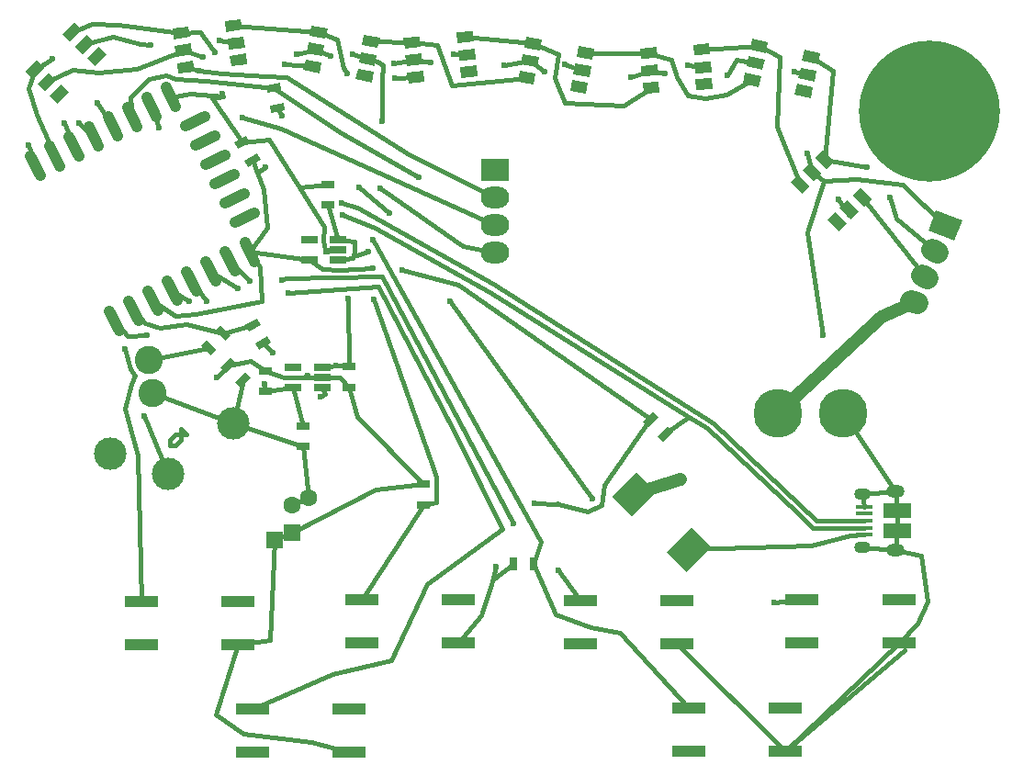
<source format=gtl>
G04 #@! TF.FileFunction,Copper,L1,Top,Signal*
%FSLAX46Y46*%
G04 Gerber Fmt 4.6, Leading zero omitted, Abs format (unit mm)*
G04 Created by KiCad (PCBNEW 4.0.7-e2-6376~58~ubuntu16.04.1) date Wed Mar 28 00:34:47 2018*
%MOMM*%
%LPD*%
G01*
G04 APERTURE LIST*
%ADD10C,0.100000*%
%ADD11R,1.300000X0.700000*%
%ADD12C,1.000000*%
%ADD13C,3.000000*%
%ADD14C,2.600000*%
%ADD15C,2.000000*%
%ADD16R,1.600000X1.600000*%
%ADD17C,1.600000*%
%ADD18R,0.700000X1.300000*%
%ADD19R,1.560000X0.650000*%
%ADD20R,3.100000X1.000000*%
%ADD21C,4.500000*%
%ADD22R,1.650000X0.400000*%
%ADD23O,1.500000X1.100000*%
%ADD24O,1.700000X1.200000*%
%ADD25R,2.500000X1.430000*%
%ADD26C,13.000000*%
%ADD27R,2.600000X2.000000*%
%ADD28O,2.600000X2.000000*%
%ADD29C,0.600000*%
%ADD30C,0.381000*%
%ADD31C,1.143000*%
G04 APERTURE END LIST*
D10*
D11*
X113460000Y-66660000D03*
X113460000Y-64760000D03*
D10*
G36*
X109369619Y-60591142D02*
X110288858Y-61510381D01*
X109793883Y-62005356D01*
X108874644Y-61086117D01*
X109369619Y-60591142D01*
X109369619Y-60591142D01*
G37*
G36*
X108026117Y-61934644D02*
X108945356Y-62853883D01*
X108450381Y-63348858D01*
X107531142Y-62429619D01*
X108026117Y-61934644D01*
X108026117Y-61934644D01*
G37*
G36*
X112128858Y-65389619D02*
X111209619Y-66308858D01*
X110714644Y-65813883D01*
X111633883Y-64894644D01*
X112128858Y-65389619D01*
X112128858Y-65389619D01*
G37*
G36*
X110785356Y-64046117D02*
X109866117Y-64965356D01*
X109371142Y-64470381D01*
X110290381Y-63551142D01*
X110785356Y-64046117D01*
X110785356Y-64046117D01*
G37*
D11*
X121170000Y-64400000D03*
X121170000Y-66300000D03*
D10*
G36*
X113032917Y-45340833D02*
X111907083Y-45990833D01*
X111557083Y-45384615D01*
X112682917Y-44734615D01*
X113032917Y-45340833D01*
X113032917Y-45340833D01*
G37*
G36*
X112082917Y-43695385D02*
X110957083Y-44345385D01*
X110607083Y-43739167D01*
X111732917Y-43089167D01*
X112082917Y-43695385D01*
X112082917Y-43695385D01*
G37*
D11*
X119220000Y-49510000D03*
X119220000Y-47610000D03*
D12*
X100012894Y-61041031D02*
X99104914Y-59259017D01*
X101794907Y-60133050D02*
X100886927Y-58351036D01*
X103576921Y-59225069D02*
X102668941Y-57443055D01*
X105358934Y-58317088D02*
X104450954Y-56535074D01*
X107140947Y-57409107D02*
X106232967Y-55627093D01*
X108922960Y-56501126D02*
X108014980Y-54719112D01*
X110704973Y-55593145D02*
X109796993Y-53811131D01*
X112486986Y-54685164D02*
X111579006Y-52903150D01*
X112453038Y-50213157D02*
X110671024Y-51121137D01*
X111545057Y-48431144D02*
X109763043Y-49339124D01*
X110637076Y-46649131D02*
X108855062Y-47557111D01*
X109729095Y-44867117D02*
X107947081Y-45775097D01*
X108821114Y-43085104D02*
X107039100Y-43993084D01*
X107913133Y-41303091D02*
X106131119Y-42211071D01*
X104315158Y-38647045D02*
X105223138Y-40429059D01*
X102533145Y-39555026D02*
X103441125Y-41337040D01*
X100751132Y-40463007D02*
X101659112Y-42245021D01*
X98969119Y-41370988D02*
X99877099Y-43153002D01*
X97187106Y-42278969D02*
X98095086Y-44060983D01*
X95405093Y-43186950D02*
X96313073Y-44968964D01*
X93623079Y-44094931D02*
X94531059Y-45876945D01*
X91841066Y-45002912D02*
X92749046Y-46784926D01*
D13*
X99198075Y-72451614D03*
D14*
X102756765Y-63778914D03*
X103105933Y-66800186D03*
D13*
X110554260Y-69616643D03*
X104533171Y-74281027D03*
D10*
G36*
X175329268Y-49965828D02*
X177739946Y-50939805D01*
X176990732Y-52794172D01*
X174580054Y-51820195D01*
X175329268Y-49965828D01*
X175329268Y-49965828D01*
G37*
D15*
X175486654Y-53847429D02*
X174930344Y-53622665D01*
X174535154Y-56202476D02*
X173978844Y-55977712D01*
X173583653Y-58557523D02*
X173027343Y-58332759D01*
D16*
X115900000Y-79680000D03*
D17*
X115900000Y-77180000D03*
D16*
X114300000Y-80350937D03*
D17*
X117500000Y-76509063D03*
D10*
G36*
X114002917Y-62180833D02*
X112877083Y-62830833D01*
X112527083Y-62224615D01*
X113652917Y-61574615D01*
X114002917Y-62180833D01*
X114002917Y-62180833D01*
G37*
G36*
X113052917Y-60535385D02*
X111927083Y-61185385D01*
X111577083Y-60579167D01*
X112702917Y-59929167D01*
X113052917Y-60535385D01*
X113052917Y-60535385D01*
G37*
G36*
X115275868Y-40787378D02*
X113995618Y-41013121D01*
X113874064Y-40323756D01*
X115154314Y-40098013D01*
X115275868Y-40787378D01*
X115275868Y-40787378D01*
G37*
G36*
X114945936Y-38916244D02*
X113665686Y-39141987D01*
X113544132Y-38452622D01*
X114824382Y-38226879D01*
X114945936Y-38916244D01*
X114945936Y-38916244D01*
G37*
D18*
X136320000Y-82600000D03*
X138220000Y-82600000D03*
D11*
X116960000Y-69840000D03*
X116960000Y-71740000D03*
X128020000Y-77150000D03*
X128020000Y-75250000D03*
D19*
X118720000Y-66320000D03*
X118720000Y-65370000D03*
X118720000Y-64420000D03*
X116020000Y-64420000D03*
X116020000Y-66320000D03*
X120210000Y-54590000D03*
X120210000Y-53640000D03*
X120210000Y-52690000D03*
X117510000Y-52690000D03*
X117510000Y-54590000D03*
D10*
G36*
X98100559Y-34905076D02*
X98807665Y-35612182D01*
X97747005Y-36672842D01*
X97039899Y-35965736D01*
X98100559Y-34905076D01*
X98100559Y-34905076D01*
G37*
G36*
X97004544Y-33809061D02*
X97711650Y-34516167D01*
X96650990Y-35576827D01*
X95943884Y-34869721D01*
X97004544Y-33809061D01*
X97004544Y-33809061D01*
G37*
G36*
X95837818Y-32642335D02*
X96544924Y-33349441D01*
X95484264Y-34410101D01*
X94777158Y-33702995D01*
X95837818Y-32642335D01*
X95837818Y-32642335D01*
G37*
G36*
X92372995Y-36107158D02*
X93080101Y-36814264D01*
X92019441Y-37874924D01*
X91312335Y-37167818D01*
X92372995Y-36107158D01*
X92372995Y-36107158D01*
G37*
G36*
X93504365Y-37238529D02*
X94211471Y-37945635D01*
X93150811Y-39006295D01*
X92443705Y-38299189D01*
X93504365Y-37238529D01*
X93504365Y-37238529D01*
G37*
G36*
X94635736Y-38369899D02*
X95342842Y-39077005D01*
X94282182Y-40137665D01*
X93575076Y-39430559D01*
X94635736Y-38369899D01*
X94635736Y-38369899D01*
G37*
G36*
X111671949Y-35513941D02*
X111811122Y-36504209D01*
X110325719Y-36712969D01*
X110186546Y-35722701D01*
X111671949Y-35513941D01*
X111671949Y-35513941D01*
G37*
G36*
X111456230Y-33979025D02*
X111595403Y-34969293D01*
X110110000Y-35178053D01*
X109970827Y-34187785D01*
X111456230Y-33979025D01*
X111456230Y-33979025D01*
G37*
G36*
X111226595Y-32345083D02*
X111365768Y-33335351D01*
X109880365Y-33544111D01*
X109741192Y-32553843D01*
X111226595Y-32345083D01*
X111226595Y-32345083D01*
G37*
G36*
X106374281Y-33027031D02*
X106513454Y-34017299D01*
X105028051Y-34226059D01*
X104888878Y-33235791D01*
X106374281Y-33027031D01*
X106374281Y-33027031D01*
G37*
G36*
X106596958Y-34611460D02*
X106736131Y-35601728D01*
X105250728Y-35810488D01*
X105111555Y-34820220D01*
X106596958Y-34611460D01*
X106596958Y-34611460D01*
G37*
G36*
X106819635Y-36195889D02*
X106958808Y-37186157D01*
X105473405Y-37394917D01*
X105334232Y-36404649D01*
X106819635Y-36195889D01*
X106819635Y-36195889D01*
G37*
G36*
X123470372Y-37188962D02*
X123296724Y-38173770D01*
X121819512Y-37913298D01*
X121993160Y-36928490D01*
X123470372Y-37188962D01*
X123470372Y-37188962D01*
G37*
G36*
X123739527Y-35662510D02*
X123565879Y-36647318D01*
X122088667Y-36386846D01*
X122262315Y-35402038D01*
X123739527Y-35662510D01*
X123739527Y-35662510D01*
G37*
G36*
X124026046Y-34037578D02*
X123852398Y-35022386D01*
X122375186Y-34761914D01*
X122548834Y-33777106D01*
X124026046Y-34037578D01*
X124026046Y-34037578D01*
G37*
G36*
X119200488Y-33186702D02*
X119026840Y-34171510D01*
X117549628Y-33911038D01*
X117723276Y-32926230D01*
X119200488Y-33186702D01*
X119200488Y-33186702D01*
G37*
G36*
X118922651Y-34762394D02*
X118749003Y-35747202D01*
X117271791Y-35486730D01*
X117445439Y-34501922D01*
X118922651Y-34762394D01*
X118922651Y-34762394D01*
G37*
G36*
X118644814Y-36338086D02*
X118471166Y-37322894D01*
X116993954Y-37062422D01*
X117167602Y-36077614D01*
X118644814Y-36338086D01*
X118644814Y-36338086D01*
G37*
G36*
X132917451Y-36609483D02*
X133021980Y-37604005D01*
X131530197Y-37760797D01*
X131425668Y-36766275D01*
X132917451Y-36609483D01*
X132917451Y-36609483D01*
G37*
G36*
X132755432Y-35067974D02*
X132859961Y-36062496D01*
X131368178Y-36219288D01*
X131263649Y-35224766D01*
X132755432Y-35067974D01*
X132755432Y-35067974D01*
G37*
G36*
X132582960Y-33427013D02*
X132687489Y-34421535D01*
X131195706Y-34578327D01*
X131091177Y-33583805D01*
X132582960Y-33427013D01*
X132582960Y-33427013D01*
G37*
G36*
X127709803Y-33939203D02*
X127814332Y-34933725D01*
X126322549Y-35090517D01*
X126218020Y-34095995D01*
X127709803Y-33939203D01*
X127709803Y-33939203D01*
G37*
G36*
X127877048Y-35530438D02*
X127981577Y-36524960D01*
X126489794Y-36681752D01*
X126385265Y-35687230D01*
X127877048Y-35530438D01*
X127877048Y-35530438D01*
G37*
G36*
X128044294Y-37121673D02*
X128148823Y-38116195D01*
X126657040Y-38272987D01*
X126552511Y-37278465D01*
X128044294Y-37121673D01*
X128044294Y-37121673D01*
G37*
G36*
X143240372Y-38248962D02*
X143066724Y-39233770D01*
X141589512Y-38973298D01*
X141763160Y-37988490D01*
X143240372Y-38248962D01*
X143240372Y-38248962D01*
G37*
G36*
X143509527Y-36722510D02*
X143335879Y-37707318D01*
X141858667Y-37446846D01*
X142032315Y-36462038D01*
X143509527Y-36722510D01*
X143509527Y-36722510D01*
G37*
G36*
X143796046Y-35097578D02*
X143622398Y-36082386D01*
X142145186Y-35821914D01*
X142318834Y-34837106D01*
X143796046Y-35097578D01*
X143796046Y-35097578D01*
G37*
G36*
X138970488Y-34246702D02*
X138796840Y-35231510D01*
X137319628Y-34971038D01*
X137493276Y-33986230D01*
X138970488Y-34246702D01*
X138970488Y-34246702D01*
G37*
G36*
X138692651Y-35822394D02*
X138519003Y-36807202D01*
X137041791Y-36546730D01*
X137215439Y-35561922D01*
X138692651Y-35822394D01*
X138692651Y-35822394D01*
G37*
G36*
X138414814Y-37398086D02*
X138241166Y-38382894D01*
X136763954Y-38122422D01*
X136937602Y-37137614D01*
X138414814Y-37398086D01*
X138414814Y-37398086D01*
G37*
G36*
X154638937Y-37794100D02*
X154708693Y-38791664D01*
X153212347Y-38896298D01*
X153142591Y-37898734D01*
X154638937Y-37794100D01*
X154638937Y-37794100D01*
G37*
G36*
X154530815Y-36247876D02*
X154600571Y-37245440D01*
X153104225Y-37350074D01*
X153034469Y-36352510D01*
X154530815Y-36247876D01*
X154530815Y-36247876D01*
G37*
G36*
X154415717Y-34601895D02*
X154485473Y-35599459D01*
X152989127Y-35704093D01*
X152919371Y-34706529D01*
X154415717Y-34601895D01*
X154415717Y-34601895D01*
G37*
G36*
X149527653Y-34943702D02*
X149597409Y-35941266D01*
X148101063Y-36045900D01*
X148031307Y-35048336D01*
X149527653Y-34943702D01*
X149527653Y-34943702D01*
G37*
G36*
X149639263Y-36539804D02*
X149709019Y-37537368D01*
X148212673Y-37642002D01*
X148142917Y-36644438D01*
X149639263Y-36539804D01*
X149639263Y-36539804D01*
G37*
G36*
X149750873Y-38135907D02*
X149820629Y-39133471D01*
X148324283Y-39238105D01*
X148254527Y-38240541D01*
X149750873Y-38135907D01*
X149750873Y-38135907D01*
G37*
G36*
X163961370Y-38646280D02*
X163753458Y-39624428D01*
X162286236Y-39312560D01*
X162494148Y-38334412D01*
X163961370Y-38646280D01*
X163961370Y-38646280D01*
G37*
G36*
X164283633Y-37130151D02*
X164075721Y-38108299D01*
X162608499Y-37796431D01*
X162816411Y-36818283D01*
X164283633Y-37130151D01*
X164283633Y-37130151D01*
G37*
G36*
X164626687Y-35516207D02*
X164418775Y-36494355D01*
X162951553Y-36182487D01*
X163159465Y-35204339D01*
X164626687Y-35516207D01*
X164626687Y-35516207D01*
G37*
G36*
X159833764Y-34497440D02*
X159625852Y-35475588D01*
X158158630Y-35163720D01*
X158366542Y-34185572D01*
X159833764Y-34497440D01*
X159833764Y-34497440D01*
G37*
G36*
X159501105Y-36062476D02*
X159293193Y-37040624D01*
X157825971Y-36728756D01*
X158033883Y-35750608D01*
X159501105Y-36062476D01*
X159501105Y-36062476D01*
G37*
G36*
X159168447Y-37627513D02*
X158960535Y-38605661D01*
X157493313Y-38293793D01*
X157701225Y-37315645D01*
X159168447Y-37627513D01*
X159168447Y-37627513D01*
G37*
G36*
X167104924Y-51200559D02*
X166397818Y-51907665D01*
X165337158Y-50847005D01*
X166044264Y-50139899D01*
X167104924Y-51200559D01*
X167104924Y-51200559D01*
G37*
G36*
X168200939Y-50104544D02*
X167493833Y-50811650D01*
X166433173Y-49750990D01*
X167140279Y-49043884D01*
X168200939Y-50104544D01*
X168200939Y-50104544D01*
G37*
G36*
X169367665Y-48937818D02*
X168660559Y-49644924D01*
X167599899Y-48584264D01*
X168307005Y-47877158D01*
X169367665Y-48937818D01*
X169367665Y-48937818D01*
G37*
G36*
X165902842Y-45472995D02*
X165195736Y-46180101D01*
X164135076Y-45119441D01*
X164842182Y-44412335D01*
X165902842Y-45472995D01*
X165902842Y-45472995D01*
G37*
G36*
X164771471Y-46604365D02*
X164064365Y-47311471D01*
X163003705Y-46250811D01*
X163710811Y-45543705D01*
X164771471Y-46604365D01*
X164771471Y-46604365D01*
G37*
G36*
X163640101Y-47735736D02*
X162932995Y-48442842D01*
X161872335Y-47382182D01*
X162579441Y-46675076D01*
X163640101Y-47735736D01*
X163640101Y-47735736D01*
G37*
D20*
X102055000Y-86040000D03*
X102055000Y-90040000D03*
X110965000Y-90040000D03*
X110965000Y-86040000D03*
X112275000Y-95930000D03*
X112275000Y-99930000D03*
X121185000Y-99930000D03*
X121185000Y-95930000D03*
X122335000Y-85870000D03*
X122335000Y-89870000D03*
X131245000Y-89870000D03*
X131245000Y-85870000D03*
X142535000Y-85930000D03*
X142535000Y-89930000D03*
X151445000Y-89930000D03*
X151445000Y-85930000D03*
X162955000Y-85860000D03*
X162955000Y-89860000D03*
X171865000Y-89860000D03*
X171865000Y-85860000D03*
X152515000Y-95840000D03*
X152515000Y-99840000D03*
X161425000Y-99840000D03*
X161425000Y-95840000D03*
D21*
X166700000Y-68700000D03*
X160700000Y-68700000D03*
D22*
X168650000Y-79900000D03*
X168650000Y-79250000D03*
X168650000Y-78600000D03*
X168650000Y-77950000D03*
X168650000Y-77300000D03*
D23*
X168530000Y-81020000D03*
X168530000Y-76180000D03*
D24*
X171530000Y-81330000D03*
X171530000Y-75870000D03*
D25*
X171770000Y-79560000D03*
X171770000Y-77640000D03*
D10*
G36*
X150474974Y-81467716D02*
X152737716Y-79204974D01*
X154576194Y-81043452D01*
X152313452Y-83306194D01*
X150474974Y-81467716D01*
X150474974Y-81467716D01*
G37*
G36*
X145383806Y-76376548D02*
X147646548Y-74113806D01*
X149485026Y-75952284D01*
X147222284Y-78215026D01*
X145383806Y-76376548D01*
X145383806Y-76376548D01*
G37*
G36*
X148281142Y-69450381D02*
X149200381Y-68531142D01*
X149695356Y-69026117D01*
X148776117Y-69945356D01*
X148281142Y-69450381D01*
X148281142Y-69450381D01*
G37*
G36*
X149624644Y-70793883D02*
X150543883Y-69874644D01*
X151038858Y-70369619D01*
X150119619Y-71288858D01*
X149624644Y-70793883D01*
X149624644Y-70793883D01*
G37*
D26*
X174680000Y-40850000D03*
D27*
X134615000Y-46270000D03*
D28*
X134615000Y-48810000D03*
X134615000Y-51350000D03*
X134615000Y-53890000D03*
D29*
X114160000Y-63110000D03*
X113440000Y-66020000D03*
X117350000Y-65210000D03*
X119080000Y-53785000D03*
X108995000Y-65350000D03*
X164900000Y-61525000D03*
X163475000Y-44730000D03*
X156060000Y-37570000D03*
X150285000Y-37350000D03*
X139210000Y-37185000D03*
X147220000Y-37675000D03*
X128750000Y-36350000D03*
X135480000Y-36575000D03*
X119480000Y-35785000D03*
X125365000Y-36460000D03*
X116350000Y-35560000D03*
X109515000Y-39245000D03*
X107690000Y-35800000D03*
X102345000Y-68985000D03*
X124090000Y-47970000D03*
X121090000Y-58085000D03*
X118530000Y-67140000D03*
X120005000Y-64315000D03*
X122935000Y-53765000D03*
X124250000Y-41800000D03*
X151770000Y-74825000D03*
X166340000Y-48960000D03*
X162280000Y-37170000D03*
X152400000Y-36580000D03*
X141110000Y-36530000D03*
X130830000Y-35620000D03*
X121550000Y-35620000D03*
X109210000Y-34310000D03*
X102920000Y-34750000D03*
X123430000Y-55320000D03*
X126065000Y-55515000D03*
X134700000Y-82840000D03*
X138330000Y-76975000D03*
X113445000Y-46005000D03*
X114970000Y-41230000D03*
X106440000Y-58400000D03*
X102570000Y-61500000D03*
X108100000Y-58320000D03*
X100570000Y-62775000D03*
X115030000Y-56390000D03*
X112045000Y-56470000D03*
X140515000Y-83170000D03*
X136370000Y-78840000D03*
X122100000Y-47835000D03*
X124905000Y-50250000D03*
X123495000Y-58225000D03*
X103630000Y-42365000D03*
X127600000Y-46910000D03*
X130480000Y-58395000D03*
X143610000Y-76585000D03*
X160430000Y-86110000D03*
X98005000Y-40050000D03*
X123425000Y-52650000D03*
X107420000Y-37130000D03*
X93840000Y-36050000D03*
X171095000Y-48790000D03*
X168960000Y-46025000D03*
X108800000Y-35410000D03*
X115260000Y-36545000D03*
X121035000Y-37370000D03*
X125425000Y-37780000D03*
X91630000Y-43930000D03*
X111375000Y-41405000D03*
X110905000Y-57160000D03*
X115595000Y-57570000D03*
X120520000Y-49330000D03*
X94975000Y-41960000D03*
X96255000Y-41910000D03*
X120585000Y-50370000D03*
D30*
X105156000Y-71628000D02*
X105664000Y-71120000D01*
X105664000Y-71120000D02*
X105664000Y-70104000D01*
X105664000Y-70104000D02*
X106172000Y-70612000D01*
X106172000Y-70612000D02*
X105156000Y-70612000D01*
X105156000Y-70612000D02*
X104648000Y-71120000D01*
X104648000Y-71120000D02*
X104648000Y-71628000D01*
X104648000Y-71628000D02*
X105156000Y-71628000D01*
X116020000Y-66320000D02*
X116960000Y-69840000D01*
X113460000Y-66660000D02*
X113440000Y-66020000D01*
X114160000Y-63110000D02*
X113265000Y-62202724D01*
X113460000Y-66660000D02*
X116020000Y-66320000D01*
X119220000Y-47610000D02*
X116580359Y-47884391D01*
X116580359Y-47884391D02*
X116580359Y-47884390D01*
X118720000Y-65370000D02*
X120335000Y-65400000D01*
X120335000Y-65400000D02*
X121170000Y-66300000D01*
X121170000Y-66300000D02*
X121940000Y-69070000D01*
X121940000Y-69070000D02*
X128020000Y-75250000D01*
X116930441Y-65364916D02*
X117350000Y-65210000D01*
X119080000Y-53785000D02*
X120210000Y-53640000D01*
X108995000Y-65350000D02*
X110078249Y-64258249D01*
X114300000Y-80350937D02*
X113940000Y-89575000D01*
X113940000Y-89575000D02*
X110965000Y-90040000D01*
X115900000Y-79680000D02*
X114300000Y-80350937D01*
X128020000Y-75250000D02*
X123660000Y-75715000D01*
X123660000Y-75715000D02*
X115900000Y-79680000D01*
X161425000Y-99840000D02*
X171865000Y-89860000D01*
X164979064Y-47284265D02*
X163450000Y-52025000D01*
X163450000Y-52025000D02*
X164900000Y-61525000D01*
X163887588Y-46427588D02*
X164979064Y-47284265D01*
X164979064Y-47284265D02*
X164980000Y-47285000D01*
X164980000Y-47285000D02*
X167985000Y-47080000D01*
X167985000Y-47080000D02*
X172210000Y-47630000D01*
X172210000Y-47630000D02*
X176160000Y-51380000D01*
X163475000Y-44730000D02*
X163887588Y-46427588D01*
X158663538Y-36395616D02*
X156930000Y-36130000D01*
X156930000Y-36130000D02*
X156910000Y-36130000D01*
X156910000Y-36130000D02*
X156060000Y-37570000D01*
X150285000Y-37350000D02*
X148925968Y-37090903D01*
X137867221Y-36184562D02*
X139210000Y-37185000D01*
X147220000Y-37675000D02*
X148925968Y-37090903D01*
X127183421Y-36106095D02*
X128750000Y-36350000D01*
X135480000Y-36575000D02*
X137867221Y-36184562D01*
X118097221Y-35124562D02*
X119480000Y-35785000D01*
X125365000Y-36460000D02*
X127183421Y-36106095D01*
X110965000Y-90040000D02*
X108910000Y-96450000D01*
X108910000Y-96450000D02*
X111455000Y-98210000D01*
X111455000Y-98210000D02*
X117710000Y-99020000D01*
X117710000Y-99020000D02*
X121185000Y-99930000D01*
X171865000Y-89860000D02*
X173590000Y-88095000D01*
X173590000Y-88095000D02*
X174540000Y-86025000D01*
X174540000Y-86025000D02*
X173900000Y-81835000D01*
X173900000Y-81835000D02*
X171530000Y-81330000D01*
X161425000Y-99840000D02*
X172375000Y-90500000D01*
X151445000Y-89930000D02*
X161425000Y-99840000D01*
X171530000Y-81330000D02*
X168530000Y-81020000D01*
X171770000Y-79560000D02*
X171530000Y-81330000D01*
X171770000Y-77640000D02*
X171770000Y-79560000D01*
X171770000Y-77640000D02*
X171530000Y-75870000D01*
X168530000Y-76180000D02*
X168650000Y-77300000D01*
X171530000Y-75870000D02*
X168530000Y-76180000D01*
X166700000Y-68700000D02*
X171530000Y-75870000D01*
X118097221Y-35124562D02*
X116350000Y-35560000D01*
X93327588Y-38122412D02*
X95690000Y-37020000D01*
X101590000Y-36930000D02*
X105923843Y-35210974D01*
X98080000Y-37260000D02*
X101590000Y-36930000D01*
X95690000Y-37020000D02*
X98080000Y-37260000D01*
X105923843Y-35210974D02*
X107690000Y-35800000D01*
X109515000Y-39245000D02*
X109549293Y-39459502D01*
X120210000Y-53640000D02*
X119010000Y-53600000D01*
X113790000Y-43480000D02*
X111345000Y-43717276D01*
X118890000Y-51530000D02*
X116580359Y-47884390D01*
X116580359Y-47884390D02*
X113790000Y-43480000D01*
X118810000Y-52770000D02*
X118890000Y-51530000D01*
X119010000Y-53600000D02*
X118810000Y-52770000D01*
X111345000Y-43717276D02*
X108570000Y-39620000D01*
X106510000Y-39230000D02*
X104769148Y-39538052D01*
X108570000Y-39620000D02*
X109549293Y-39459502D01*
X109549293Y-39459502D02*
X106510000Y-39230000D01*
X113460000Y-64760000D02*
X115200000Y-65360000D01*
X115200000Y-65360000D02*
X116930441Y-65364916D01*
X116930441Y-65364916D02*
X118720000Y-65370000D01*
X110078249Y-64258249D02*
X112150000Y-63840000D01*
X112150000Y-63840000D02*
X113460000Y-64760000D01*
X109581751Y-61298249D02*
X106170000Y-60470000D01*
X102390000Y-60390000D02*
X101340917Y-59242043D01*
X103770000Y-60800000D02*
X102390000Y-60390000D01*
X106170000Y-60470000D02*
X103770000Y-60800000D01*
X112315000Y-60557276D02*
X109581751Y-61298249D01*
X104533171Y-74281027D02*
X102345000Y-68985000D01*
X102756765Y-63778914D02*
X108238249Y-62641751D01*
X117500000Y-76509063D02*
X115900000Y-77180000D01*
X116960000Y-71740000D02*
X117500000Y-76509063D01*
X110554260Y-69616643D02*
X116960000Y-71740000D01*
X110554260Y-69616643D02*
X111421751Y-65601751D01*
X103105933Y-66800186D02*
X110554260Y-69616643D01*
X134615000Y-53890000D02*
X131710000Y-53265000D01*
X131710000Y-53265000D02*
X125160000Y-48730000D01*
X125160000Y-48730000D02*
X124090000Y-47970000D01*
X119220000Y-49510000D02*
X120210000Y-52690000D01*
X121170000Y-64400000D02*
X121090000Y-58085000D01*
X120005000Y-64315000D02*
X118720000Y-64420000D01*
X119012900Y-66930208D02*
X118530000Y-67140000D01*
X120005000Y-64315000D02*
X121170000Y-64400000D01*
X119012900Y-66930208D02*
X118720000Y-66320000D01*
X121577471Y-54228880D02*
X122935000Y-53765000D01*
X124250000Y-41800000D02*
X124235000Y-37915000D01*
X124235000Y-37915000D02*
X124360000Y-36635000D01*
X124360000Y-36635000D02*
X123850000Y-36290000D01*
X123850000Y-36290000D02*
X122914097Y-36024678D01*
X120210000Y-54590000D02*
X121535000Y-54420000D01*
X121535000Y-54420000D02*
X121577471Y-54228880D01*
X121577471Y-54228880D02*
X121685000Y-53745000D01*
X121685000Y-53745000D02*
X121685000Y-52820000D01*
X121685000Y-52820000D02*
X120210000Y-52690000D01*
D31*
X147434416Y-76164416D02*
X151770000Y-74825000D01*
X160700000Y-68700000D02*
X170265000Y-59820000D01*
X170265000Y-59820000D02*
X173305498Y-58445141D01*
D30*
X166340000Y-48960000D02*
X167227056Y-50397767D01*
X152400000Y-36580000D02*
X153817520Y-36798975D01*
X141110000Y-36530000D02*
X142684097Y-37084678D01*
X130830000Y-35620000D02*
X132061805Y-35643631D01*
X121550000Y-35620000D02*
X122914097Y-36024678D01*
X96827767Y-34692944D02*
X99410000Y-33940000D01*
X109210000Y-34310000D02*
X110783115Y-34578539D01*
X101960000Y-34640000D02*
X102920000Y-34750000D01*
X99410000Y-33940000D02*
X101960000Y-34640000D01*
X162280000Y-37170000D02*
X163576066Y-37498291D01*
X131290000Y-56841660D02*
X148988249Y-69238249D01*
X117510000Y-54590000D02*
X118690000Y-55365000D01*
X118690000Y-55365000D02*
X120365000Y-55445000D01*
X120365000Y-55445000D02*
X123430000Y-55320000D01*
X126065000Y-55515000D02*
X131290000Y-56841660D01*
X131290000Y-56841660D02*
X131185000Y-56815000D01*
X140510000Y-77032232D02*
X143195000Y-77730000D01*
X143195000Y-77730000D02*
X144480000Y-77170000D01*
X144480000Y-77170000D02*
X144700000Y-75270000D01*
X144700000Y-75270000D02*
X148988249Y-69238249D01*
X134390671Y-84193215D02*
X134700000Y-82840000D01*
X138330000Y-76975000D02*
X140510000Y-77032232D01*
X140510000Y-77032232D02*
X140425000Y-77030000D01*
X131245000Y-89870000D02*
X133420000Y-87335000D01*
X133420000Y-87335000D02*
X134390671Y-84193215D01*
X134390671Y-84193215D02*
X134455000Y-83985000D01*
X134455000Y-83985000D02*
X136320000Y-82600000D01*
X112730550Y-46476277D02*
X113445000Y-46005000D01*
X114970000Y-41230000D02*
X114574966Y-40555567D01*
X117510000Y-54590000D02*
X112032996Y-53794157D01*
X112032996Y-53794157D02*
X113630000Y-51610000D01*
X113350000Y-48060000D02*
X112730550Y-46476277D01*
X112730550Y-46476277D02*
X112295000Y-45362724D01*
X113630000Y-51610000D02*
X113350000Y-48060000D01*
X103122931Y-58334062D02*
X105160000Y-59690000D01*
X112980000Y-55250000D02*
X112032996Y-53794157D01*
X113180000Y-58360000D02*
X112980000Y-55250000D01*
X107020000Y-59560000D02*
X113180000Y-58360000D01*
X105160000Y-59690000D02*
X107020000Y-59560000D01*
X99558904Y-60150024D02*
X100780000Y-61620000D01*
X106440000Y-58400000D02*
X104904944Y-57426081D01*
X100780000Y-61620000D02*
X102570000Y-61500000D01*
X108100000Y-58320000D02*
X106686957Y-56518100D01*
X100505000Y-68255000D02*
X101115000Y-65975000D01*
X101115000Y-65975000D02*
X101435000Y-65225000D01*
X101435000Y-65225000D02*
X101055000Y-64650000D01*
X101055000Y-64650000D02*
X100570000Y-62775000D01*
X102055000Y-86040000D02*
X101680000Y-72585000D01*
X101680000Y-72585000D02*
X100505000Y-68255000D01*
X115355000Y-56266906D02*
X115030000Y-56390000D01*
X112045000Y-56470000D02*
X110250983Y-54702138D01*
X142535000Y-85930000D02*
X140515000Y-83170000D01*
X136370000Y-78840000D02*
X124275000Y-56105000D01*
X124275000Y-56105000D02*
X115355000Y-56266906D01*
X115355000Y-56266906D02*
X115460000Y-56265000D01*
X122100000Y-47835000D02*
X124905000Y-50250000D01*
X123495000Y-58225000D02*
X129250000Y-74545000D01*
X129250000Y-74545000D02*
X129250000Y-76945000D01*
X129250000Y-76945000D02*
X128020000Y-77150000D01*
X102987135Y-40446033D02*
X103630000Y-42365000D01*
X122335000Y-85870000D02*
X128020000Y-77150000D01*
X114245034Y-38684433D02*
X120510000Y-42865000D01*
X120510000Y-42865000D02*
X127600000Y-46910000D01*
X130480000Y-58395000D02*
X143610000Y-76585000D01*
X160430000Y-86110000D02*
X162955000Y-85860000D01*
X114245034Y-38684433D02*
X107970000Y-38070000D01*
X101040000Y-39580000D02*
X101205122Y-41354014D01*
X102730000Y-37910000D02*
X101040000Y-39580000D01*
X104320000Y-37570000D02*
X102730000Y-37910000D01*
X105220000Y-37890000D02*
X104320000Y-37570000D01*
X107970000Y-38070000D02*
X105220000Y-37890000D01*
X138220000Y-82600000D02*
X140250000Y-87235000D01*
X140250000Y-87235000D02*
X143420000Y-88390000D01*
X143420000Y-88390000D02*
X146140000Y-88940000D01*
X146140000Y-88940000D02*
X152515000Y-95840000D01*
X99423109Y-42261995D02*
X98005000Y-40050000D01*
X123425000Y-52650000D02*
X138860000Y-80525000D01*
X138860000Y-80525000D02*
X138220000Y-82600000D01*
X107420000Y-37130000D02*
X109470000Y-37400000D01*
X109470000Y-37400000D02*
X113490000Y-37645000D01*
X113490000Y-37645000D02*
X115460000Y-37675000D01*
X115460000Y-37675000D02*
X126685000Y-44805000D01*
X126685000Y-44805000D02*
X134615000Y-48810000D01*
X107420000Y-37130000D02*
X106146520Y-36795403D01*
X92196218Y-36991041D02*
X93840000Y-36050000D01*
X92196218Y-36991041D02*
X91680000Y-38760000D01*
X92370000Y-41160000D02*
X94077069Y-44985938D01*
X91680000Y-38760000D02*
X92370000Y-41160000D01*
X163789120Y-35849347D02*
X165770000Y-37085000D01*
X165770000Y-37085000D02*
X165018959Y-45296218D01*
X175208499Y-53735047D02*
X171645000Y-50720000D01*
X171645000Y-50720000D02*
X171095000Y-48790000D01*
X168960000Y-46025000D02*
X165018959Y-45296218D01*
X168483782Y-48761041D02*
X174256999Y-56090094D01*
X105701166Y-33626545D02*
X107485000Y-33530000D01*
X107485000Y-33530000D02*
X108800000Y-35410000D01*
X115260000Y-36545000D02*
X117819384Y-36700254D01*
X95661041Y-33526218D02*
X97510000Y-32810000D01*
X99960000Y-32870000D02*
X105701166Y-33626545D01*
X97510000Y-32810000D02*
X99960000Y-32870000D01*
X118375058Y-33548870D02*
X120075000Y-34230000D01*
X120075000Y-34230000D02*
X120685000Y-36820000D01*
X120685000Y-36820000D02*
X121035000Y-37370000D01*
X125425000Y-37780000D02*
X127350667Y-37697330D01*
X110553480Y-32944597D02*
X118375058Y-33548870D01*
X137589384Y-37760254D02*
X130690000Y-38440000D01*
X130690000Y-38440000D02*
X129355000Y-34700000D01*
X129355000Y-34700000D02*
X127016176Y-34514860D01*
X123200616Y-34399746D02*
X127016176Y-34514860D01*
X138145058Y-34608870D02*
X140450000Y-35600000D01*
X140450000Y-35600000D02*
X140165000Y-37755000D01*
X140165000Y-37755000D02*
X141080000Y-40050000D01*
X141080000Y-40050000D02*
X146530000Y-40295000D01*
X146530000Y-40295000D02*
X149037578Y-38687006D01*
X131889333Y-34002670D02*
X138145058Y-34608870D01*
X148814358Y-35494801D02*
X150935000Y-36130000D01*
X150935000Y-36130000D02*
X151385000Y-37735000D01*
X151385000Y-37735000D02*
X152440000Y-39360000D01*
X152440000Y-39360000D02*
X154045000Y-39685000D01*
X154045000Y-39685000D02*
X155995000Y-39320000D01*
X155995000Y-39320000D02*
X158330880Y-37960653D01*
X142970616Y-35459746D02*
X148814358Y-35494801D01*
X92295056Y-45893919D02*
X91630000Y-43930000D01*
X111375000Y-41405000D02*
X114880000Y-42460000D01*
X114880000Y-42460000D02*
X134615000Y-51350000D01*
X162756218Y-47558959D02*
X160655000Y-42245000D01*
X160655000Y-42245000D02*
X160880000Y-35820000D01*
X160880000Y-35820000D02*
X158996197Y-34830580D01*
X158996197Y-34830580D02*
X153702422Y-35152994D01*
X168650000Y-79900000D02*
X167450000Y-79910000D01*
X163800000Y-80910000D02*
X152525584Y-81255584D01*
X167450000Y-79910000D02*
X163800000Y-80910000D01*
X108468970Y-55610119D02*
X110905000Y-57160000D01*
X115595000Y-57570000D02*
X123865000Y-57035000D01*
X123865000Y-57035000D02*
X130745000Y-70090000D01*
X130745000Y-70090000D02*
X135330000Y-79400000D01*
X135330000Y-79400000D02*
X128410000Y-84435000D01*
X128410000Y-84435000D02*
X125115000Y-91475000D01*
X125115000Y-91475000D02*
X119640000Y-92760000D01*
X119640000Y-92760000D02*
X112275000Y-95930000D01*
X168650000Y-78600000D02*
X164285000Y-78595000D01*
X164285000Y-78595000D02*
X154825000Y-69600000D01*
X154825000Y-69600000D02*
X134445000Y-56785000D01*
X134445000Y-56785000D02*
X121930000Y-49705000D01*
X121930000Y-49705000D02*
X120520000Y-49330000D01*
X94975000Y-41960000D02*
X95859083Y-44077957D01*
X150331751Y-70581751D02*
X152494283Y-68990609D01*
X154230000Y-70075000D02*
X162535000Y-77830000D01*
X97641096Y-43169976D02*
X96255000Y-41910000D01*
X120585000Y-50370000D02*
X123560000Y-51550000D01*
X123560000Y-51550000D02*
X134150000Y-57530000D01*
X134150000Y-57530000D02*
X152494283Y-68990609D01*
X152494283Y-68990609D02*
X154230000Y-70075000D01*
X168650000Y-79250000D02*
X163945000Y-79265000D01*
X163945000Y-79265000D02*
X162535000Y-77830000D01*
M02*

</source>
